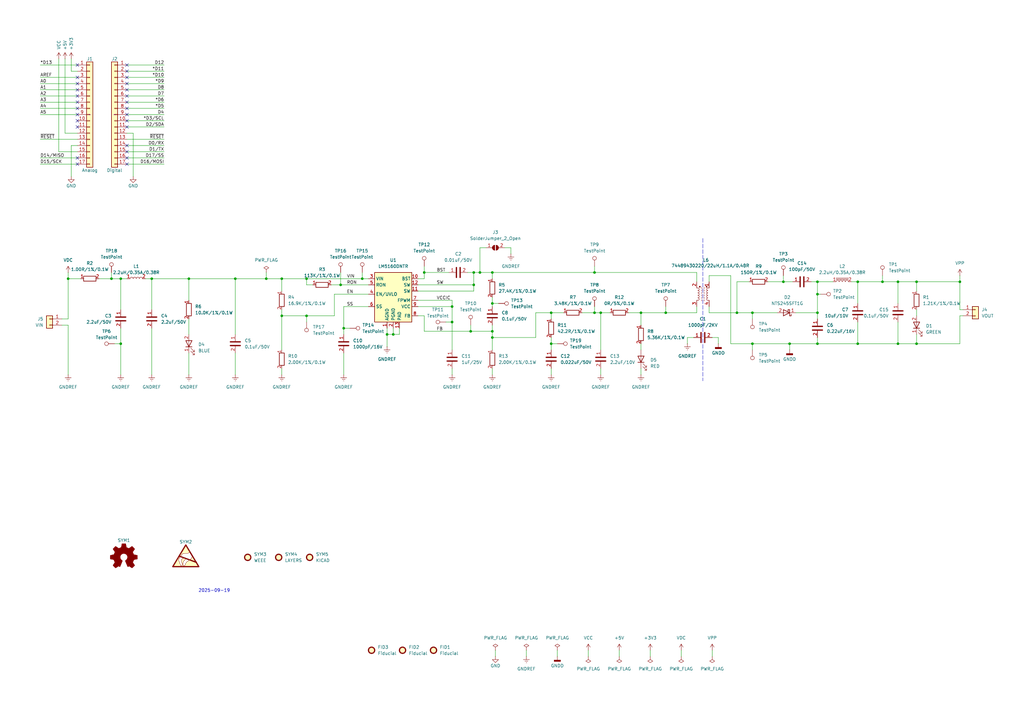
<source format=kicad_sch>
(kicad_sch (version 20250114) (generator "eeschema") (generator_version "9.0")
  (paper "A3")
  (title_block (title "LM5160") (date "2025-09-19") (rev "1") (company "astroelectronic@") (comment 1 "-") (comment 2 "-") (comment 3 "-") (comment 4 "AE01007160"))
  (lib_symbols
    (symbol "Connector:TestPoint" (pin_numbers (hide yes)) (pin_names (offset 0.762) (hide yes))
      (property "Reference" "TP" (at 0 6.858 0))
      (property "Value" "TestPoint" (at 0 5.08 0))
      (symbol "TestPoint_1_1"
        (pin passive line (at 0 0 90) (length 2.54) (name "1") (number "1"))
      )
    )
    (symbol "Connector_Generic:Conn_01x02" (pin_names (offset 1.016) (hide yes))
      (property "Reference" "J" (at 0 2.54 0))
      (property "Value" "Conn_01x02" (at 0 -5.08 0))
      (symbol "Conn_01x02_1_1"
        (pin passive line (at -5.08 0 0) (length 3.81) (name "Pin_1") (number "1"))
        (pin passive line (at -5.08 -2.54 0) (length 3.81) (name "Pin_2") (number "2"))
      )
    )
    (symbol "Graphic:Logo_Open_Hardware_Small" (in_bom no) (on_board no))
    (symbol "Graphic:SYM_ESD_Large" (in_bom no) (on_board no))
    (symbol "LED_1" (pin_names (offset 1.016) (hide yes))
      (property "Reference" "D" (at 0 2.54 0))
      (property "Value" "LED" (at 0 -2.54 0))
      (symbol "LED_1_1_1"
        (pin passive line (at -3.81 0 0) (length 2.54) (name "K") (number "1"))
        (pin passive line (at 3.81 0 180) (length 2.54) (name "A") (number "2"))
      )
    )
    (symbol "LED_2" (pin_names (offset 1.016) (hide yes))
      (property "Reference" "D" (at 0 2.54 0))
      (property "Value" "LED" (at 0 -2.54 0))
      (symbol "LED_2_1_1"
        (pin passive line (at -3.81 0 0) (length 2.54) (name "K") (number "1"))
        (pin passive line (at 3.81 0 180) (length 2.54) (name "A") (number "2"))
      )
    )
    (symbol "LM5160:+3.3V" (power) (pin_numbers (hide yes)) (pin_names (offset 0) (hide yes))
      (property "Value" "+3.3V" (at 0 3.556 0))
      (symbol "+3.3V_1_1"
        (pin power_in line (at 0 0 90) (length 0) (name "~") (number "1"))
      )
    )
    (symbol "LM5160:+5V" (power) (pin_numbers (hide yes)) (pin_names (offset 0) (hide yes))
      (property "Value" "+5V" (at 0 3.556 0))
      (symbol "+5V_1_1"
        (pin power_in line (at 0 0 90) (length 0) (name "~") (number "1"))
      )
    )
    (symbol "LM5160:C" (pin_names (offset 0.254) (hide yes))
      (property "Reference" "C" (at 0.635 2.54 0))
      (property "Value" "C" (at 0.635 -2.54 0))
      (symbol "C_1_1"
        (pin passive line (at 0 3.81 270) (length 2.794) (name "~") (number "1"))
        (pin passive line (at 0 -3.81 90) (length 2.794) (name "~") (number "2"))
      )
    )
    (symbol "LM5160:Conn_01x17" (pin_names (offset 1.016) (hide yes))
      (property "Reference" "J" (at 0 22.86 0))
      (property "Value" "Conn_01x17" (at 0 -22.86 0))
      (symbol "Conn_01x17_1_1"
        (pin passive line (at -5.08 20.32 0) (length 3.81) (name "Pin_1") (number "1"))
        (pin passive line (at -5.08 17.78 0) (length 3.81) (name "Pin_2") (number "2"))
        (pin passive line (at -5.08 15.24 0) (length 3.81) (name "Pin_3") (number "3"))
        (pin passive line (at -5.08 12.7 0) (length 3.81) (name "Pin_4") (number "4"))
        (pin passive line (at -5.08 10.16 0) (length 3.81) (name "Pin_5") (number "5"))
        (pin passive line (at -5.08 7.62 0) (length 3.81) (name "Pin_6") (number "6"))
        (pin passive line (at -5.08 5.08 0) (length 3.81) (name "Pin_7") (number "7"))
        (pin passive line (at -5.08 2.54 0) (length 3.81) (name "Pin_8") (number "8"))
        (pin passive line (at -5.08 0 0) (length 3.81) (name "Pin_9") (number "9"))
        (pin passive line (at -5.08 -2.54 0) (length 3.81) (name "Pin_10") (number "10"))
        (pin passive line (at -5.08 -5.08 0) (length 3.81) (name "Pin_11") (number "11"))
        (pin passive line (at -5.08 -7.62 0) (length 3.81) (name "Pin_12") (number "12"))
        (pin passive line (at -5.08 -10.16 0) (length 3.81) (name "Pin_13") (number "13"))
        (pin passive line (at -5.08 -12.7 0) (length 3.81) (name "Pin_14") (number "14"))
        (pin passive line (at -5.08 -15.24 0) (length 3.81) (name "Pin_15") (number "15"))
        (pin passive line (at -5.08 -17.78 0) (length 3.81) (name "Pin_16") (number "16"))
        (pin passive line (at -5.08 -20.32 0) (length 3.81) (name "Pin_17") (number "17"))
      )
    )
    (symbol "LM5160:D_Schottky" (pin_names (offset 1.016) (hide yes))
      (property "Reference" "D" (at 0 2.54 0))
      (property "Value" "D_Schottky" (at 0 -2.54 0))
      (symbol "D_Schottky_1_1"
        (pin passive line (at -3.81 0 0) (length 2.54) (name "K") (number "1"))
        (pin passive line (at 3.81 0 180) (length 2.54) (name "A") (number "2"))
      )
    )
    (symbol "LM5160:GND" (power) (pin_numbers (hide yes)) (pin_names (offset 0) (hide yes))
      (property "Value" "GND" (at 0 -3.81 0))
      (symbol "GND_1_1"
        (pin power_in line (at 0 0 270) (length 0) (name "~") (number "1"))
      )
    )
    (symbol "LM5160:GNDD" (power) (pin_numbers (hide yes)) (pin_names (offset 0) (hide yes))
      (property "Value" "GNDD" (at 0 -3.175 0))
      (symbol "GNDD_1_1"
        (pin power_in line (at 0 0 270) (length 0) (name "~") (number "1"))
      )
    )
    (symbol "LM5160:L" (pin_names (offset 1.016) (hide yes))
      (property "Reference" "L" (at -1.27 0 90))
      (property "Value" "L" (at 1.905 0 90))
      (symbol "L_1_1"
        (pin passive line (at 0 3.81 270) (length 1.27) (name "1") (number "1"))
        (pin passive line (at 0 -3.81 90) (length 1.27) (name "2") (number "2"))
      )
    )
    (symbol "LM5160:LED" (pin_numbers (hide yes)) (pin_names (offset 1.016) (hide yes))
      (property "Reference" "D" (at 0 2.54 0))
      (property "Value" "LED" (at 0 -2.54 0))
      (symbol "LED_1_1"
        (pin passive line (at -3.81 0 0) (length 2.54) (name "K") (number "1"))
        (pin passive line (at 3.81 0 180) (length 2.54) (name "A") (number "2"))
      )
    )
    (symbol "LM5160:LM5160DNTR"
      (property "Reference" "U" (at -7.62 11.43 0))
      (property "Value" "LM5160DNTR" (at 7.62 11.43 0))
      (symbol "LM5160DNTR_1_1"
        (pin power_in line (at -10.16 7.62 0) (length 2.54) (name "VIN") (number "3"))
        (pin input line (at -10.16 5.08 0) (length 2.54) (name "RON") (number "5"))
        (pin input line (at -10.16 1.27 0) (length 2.54) (name "EN/UVLO") (number "4"))
        (pin passive line (at -10.16 -3.81 0) (length 2.54) (name "SS") (number "6"))
        (pin power_in line (at -2.54 -12.7 90) (length 2.54) (name "AGND") (number "1"))
        (pin power_in line (at 0 -12.7 90) (length 2.54) (name "PGND") (number "2"))
        (pin power_in line (at 2.54 -12.7 90) (length 2.54) (name "PAD") (number "13"))
        (pin passive line (at 10.16 7.62 180) (length 2.54) (name "BST") (number "10"))
        (pin power_out line (at 10.16 5.08 180) (length 2.54) (name "SW") (number "12"))
        (pin power_out line (at 10.16 2.54 180) (length 2.54) (name "SW") (number "11"))
        (pin input line (at 10.16 -1.27 180) (length 2.54) (name "FPWM") (number "7"))
        (pin power_out line (at 10.16 -3.81 180) (length 2.54) (name "VCC") (number "9"))
        (pin input line (at 10.16 -7.62 180) (length 2.54) (name "FB") (number "8"))
      )
    )
    (symbol "LM5160:L_Ferrite_Coupled_1423" (pin_names (offset 0.254) (hide yes))
      (property "Reference" "L" (at 0 4.445 0))
      (property "Value" "L_Ferrite_Coupled_1423" (at 0 -4.445 0))
      (symbol "L_Ferrite_Coupled_1423_1_1"
        (pin passive line (at -5.08 2.54 0) (length 2.54) (name "1") (number "1"))
        (pin passive line (at -5.08 -2.54 0) (length 2.54) (name "2") (number "2"))
        (pin passive line (at 5.08 2.54 180) (length 2.54) (name "4") (number "4"))
        (pin passive line (at 5.08 -2.54 180) (length 2.54) (name "3") (number "3"))
      )
    )
    (symbol "LM5160:L_Iron" (pin_names (offset 1.016) (hide yes))
      (property "Reference" "L" (at -1.27 0 90))
      (property "Value" "L_Iron" (at 2.794 0 90))
      (symbol "L_Iron_1_1"
        (pin passive line (at 0 3.81 270) (length 1.27) (name "1") (number "1"))
        (pin passive line (at 0 -3.81 90) (length 1.27) (name "2") (number "2"))
      )
    )
    (symbol "LM5160:R" (pin_names (offset 0) (hide yes))
      (property "Reference" "R" (at 2.032 0 90))
      (property "Value" "R" (at 0 0 90))
      (symbol "R_1_1"
        (pin passive line (at 0 3.81 270) (length 1.27) (name "~") (number "1"))
        (pin passive line (at 0 -3.81 90) (length 1.27) (name "~") (number "2"))
      )
    )
    (symbol "LM5160:SolderJumper_2_Open" (pin_names (offset 0) (hide yes)) (in_bom no)
      (property "Reference" "JP" (at 0 2.032 0))
      (property "Value" "SolderJumper_2_Open" (at 0 -2.54 0))
      (symbol "SolderJumper_2_Open_1_1"
        (pin passive line (at -3.81 0 0) (length 2.54) (name "A") (number "1"))
        (pin passive line (at 3.81 0 180) (length 2.54) (name "B") (number "2"))
      )
    )
    (symbol "LM5160:VCC" (power) (pin_numbers (hide yes)) (pin_names (offset 0) (hide yes))
      (property "Value" "VCC" (at 0 3.556 0))
      (symbol "VCC_1_1"
        (pin power_in line (at 0 0 90) (length 0) (name "~") (number "1"))
      )
    )
    (symbol "Mechanical:Fiducial" (in_bom no)
      (property "Reference" "FID" (at 0 5.08 0))
      (property "Value" "Fiducial" (at 0 3.175 0))
    )
    (symbol "power:GNDREF" (power) (pin_numbers (hide yes)) (pin_names (offset 0) (hide yes))
      (property "Value" "GNDREF" (at 0 -3.81 0))
      (symbol "GNDREF_1_1"
        (pin power_in line (at 0 0 270) (length 0) (name "~") (number "1"))
      )
    )
    (symbol "power:PWR_FLAG" (power) (pin_numbers (hide yes)) (pin_names (offset 0) (hide yes))
      (property "Value" "PWR_FLAG" (at 0 3.81 0))
      (symbol "PWR_FLAG_0_0"
        (pin power_out line (at 0 0 90) (length 0) (name "~") (number "1"))
      )
    )
    (symbol "power:VDC" (power) (pin_numbers (hide yes)) (pin_names (offset 0) (hide yes))
      (property "Value" "VDC" (at 0 3.556 0))
      (symbol "VDC_1_1"
        (pin power_in line (at 0 0 90) (length 0) (name "~") (number "1"))
      )
    )
    (symbol "power:VPP" (power) (pin_numbers (hide yes)) (pin_names (offset 0) (hide yes))
      (property "Value" "VPP" (at 0 3.556 0))
      (symbol "VPP_1_1"
        (pin power_in line (at 0 0 90) (length 0) (name "~") (number "1"))
      )
    )
  )
  (text "${ISSUE_DATE}" (at 87.884 242.316 0) (effects (font (size 1.27 1.27))))
  (junction (at 351.79 140.97))
  (junction (at 62.23 114.3))
  (junction (at 194.31 111.76))
  (junction (at 185.42 125.73))
  (junction (at 148.59 114.3))
  (junction (at 273.05 128.27))
  (junction (at 201.93 111.76))
  (junction (at 125.73 114.3))
  (junction (at 77.47 114.3))
  (junction (at 201.93 135.89))
  (junction (at 158.75 137.16))
  (junction (at 262.89 128.27))
  (junction (at 321.31 115.57))
  (junction (at 193.04 135.89))
  (junction (at 173.99 111.76))
  (junction (at 302.26 128.27))
  (junction (at 323.85 140.97))
  (junction (at 194.31 116.84))
  (junction (at 49.53 114.3))
  (junction (at 139.7 116.84))
  (junction (at 335.28 120.65))
  (junction (at 226.06 140.97))
  (junction (at 125.73 129.54))
  (junction (at 246.38 128.27))
  (junction (at 185.42 132.08))
  (junction (at 308.61 128.27))
  (junction (at 375.92 140.97))
  (junction (at 201.93 124.46))
  (junction (at 49.53 140.97))
  (junction (at 115.57 114.3))
  (junction (at 243.84 128.27))
  (junction (at 335.28 128.27))
  (junction (at 96.52 114.3))
  (junction (at 27.94 114.3))
  (junction (at 115.57 129.54))
  (junction (at 226.06 128.27))
  (junction (at 140.97 134.62))
  (junction (at 45.72 114.3))
  (junction (at 393.7 115.57))
  (junction (at 201.93 138.43))
  (junction (at 335.28 115.57))
  (junction (at 243.84 111.76))
  (junction (at 368.3 140.97))
  (junction (at 109.22 114.3))
  (junction (at 308.61 140.97))
  (junction (at 161.29 137.16))
  (junction (at 335.28 140.97))
  (junction (at 368.3 115.57))
  (junction (at 361.95 115.57))
  (junction (at 196.85 111.76))
  (junction (at 351.79 115.57))
  (junction (at 375.92 115.57))
  (no_connect (at 52.07 29.21))
  (no_connect (at 52.07 64.77))
  (no_connect (at 31.75 39.37))
  (no_connect (at 52.07 62.23))
  (no_connect (at 52.07 34.29))
  (no_connect (at 52.07 31.75))
  (no_connect (at 31.75 44.45))
  (no_connect (at 31.75 64.77))
  (no_connect (at 31.75 49.53))
  (no_connect (at 31.75 31.75))
  (no_connect (at 31.75 52.07))
  (no_connect (at 52.07 44.45))
  (no_connect (at 52.07 46.99))
  (no_connect (at 52.07 52.07))
  (no_connect (at 31.75 34.29))
  (no_connect (at 52.07 41.91))
  (no_connect (at 52.07 59.69))
  (no_connect (at 52.07 67.31))
  (no_connect (at 52.07 39.37))
  (no_connect (at 52.07 49.53))
  (no_connect (at 31.75 46.99))
  (no_connect (at 31.75 26.67))
  (no_connect (at 31.75 36.83))
  (no_connect (at 52.07 36.83))
  (no_connect (at 31.75 41.91))
  (no_connect (at 31.75 67.31))
  (no_connect (at 52.07 26.67))
  (wire (pts (xy 52.07 59.69) (xy 67.31 59.69)))
  (wire (pts (xy 185.42 132.08) (xy 185.42 125.73)))
  (wire (pts (xy 115.57 151.13) (xy 115.57 153.67)))
  (wire (pts (xy 292.1 138.43) (xy 294.64 138.43)))
  (wire (pts (xy 335.28 115.57) (xy 335.28 120.65)))
  (wire (pts (xy 207.01 101.6) (xy 209.55 101.6)))
  (wire (pts (xy 115.57 129.54) (xy 125.73 129.54)))
  (wire (pts (xy 368.3 124.46) (xy 368.3 115.57)))
  (wire (pts (xy 31.75 29.21) (xy 29.21 29.21)))
  (wire (pts (xy 193.04 135.89) (xy 201.93 135.89)))
  (wire (pts (xy 228.6 266.7) (xy 228.6 269.24)))
  (wire (pts (xy 194.31 116.84) (xy 194.31 111.76)))
  (wire (pts (xy 140.97 125.73) (xy 140.97 134.62)))
  (wire (pts (xy 226.06 138.43) (xy 226.06 140.97)))
  (wire (pts (xy 173.99 111.76) (xy 184.15 111.76)))
  (wire (pts (xy 196.85 111.76) (xy 201.93 111.76)))
  (wire (pts (xy 45.72 114.3) (xy 49.53 114.3)))
  (wire (pts (xy 49.53 134.62) (xy 49.53 140.97)))
  (wire (pts (xy 246.38 151.13) (xy 246.38 153.67)))
  (wire (pts (xy 185.42 151.13) (xy 185.42 153.67)))
  (wire (pts (xy 201.93 138.43) (xy 201.93 143.51)))
  (wire (pts (xy 201.93 114.3) (xy 201.93 111.76)))
  (wire (pts (xy 323.85 140.97) (xy 335.28 140.97)))
  (wire (pts (xy 96.52 137.16) (xy 96.52 114.3)))
  (wire (pts (xy 201.93 138.43) (xy 219.71 138.43)))
  (wire (pts (xy 26.67 24.13) (xy 26.67 54.61)))
  (wire (pts (xy 31.75 54.61) (xy 26.67 54.61)))
  (wire (pts (xy 49.53 127) (xy 49.53 114.3)))
  (wire (pts (xy 158.75 134.62) (xy 158.75 137.16)))
  (wire (pts (xy 273.05 128.27) (xy 262.89 128.27)))
  (wire (pts (xy 281.94 138.43) (xy 281.94 140.97)))
  (wire (pts (xy 27.94 114.3) (xy 33.02 114.3)))
  (wire (pts (xy 219.71 128.27) (xy 226.06 128.27)))
  (wire (pts (xy 201.93 151.13) (xy 201.93 153.67)))
  (wire (pts (xy 171.45 116.84) (xy 194.31 116.84)))
  (wire (pts (xy 96.52 114.3) (xy 109.22 114.3)))
  (wire (pts (xy 285.75 125.73) (xy 285.75 128.27)))
  (wire (pts (xy 299.72 113.03) (xy 299.72 140.97)))
  (wire (pts (xy 27.94 114.3) (xy 27.94 130.81)))
  (wire (pts (xy 193.04 133.35) (xy 193.04 135.89)))
  (wire (pts (xy 351.79 115.57) (xy 361.95 115.57)))
  (wire (pts (xy 226.06 140.97) (xy 226.06 143.51)))
  (wire (pts (xy 335.28 120.65) (xy 336.55 120.65)))
  (wire (pts (xy 52.07 31.75) (xy 67.31 31.75)))
  (wire (pts (xy 171.45 125.73) (xy 185.42 125.73)))
  (wire (pts (xy 302.26 115.57) (xy 307.34 115.57)))
  (wire (pts (xy 161.29 137.16) (xy 161.29 134.62)))
  (wire (pts (xy 375.92 115.57) (xy 375.92 119.38)))
  (wire (pts (xy 292.1 266.7) (xy 292.1 269.24)))
  (wire (pts (xy 171.45 114.3) (xy 173.99 114.3)))
  (wire (pts (xy 173.99 135.89) (xy 173.99 129.54)))
  (wire (pts (xy 209.55 101.6) (xy 209.55 104.14)))
  (wire (pts (xy 335.28 140.97) (xy 351.79 140.97)))
  (wire (pts (xy 125.73 129.54) (xy 137.16 129.54)))
  (wire (pts (xy 52.07 64.77) (xy 67.31 64.77)))
  (wire (pts (xy 361.95 115.57) (xy 368.3 115.57)))
  (wire (pts (xy 201.93 124.46) (xy 201.93 125.73)))
  (wire (pts (xy 16.51 39.37) (xy 31.75 39.37)))
  (wire (pts (xy 140.97 125.73) (xy 151.13 125.73)))
  (wire (pts (xy 52.07 36.83) (xy 67.31 36.83)))
  (wire (pts (xy 262.89 128.27) (xy 262.89 133.35)))
  (wire (pts (xy 335.28 128.27) (xy 335.28 130.81)))
  (wire (pts (xy 125.73 114.3) (xy 125.73 116.84)))
  (wire (pts (xy 393.7 115.57) (xy 375.92 115.57)))
  (wire (pts (xy 109.22 114.3) (xy 115.57 114.3)))
  (wire (pts (xy 52.07 39.37) (xy 67.31 39.37)))
  (wire (pts (xy 254 266.7) (xy 254 269.24)))
  (wire (pts (xy 243.84 128.27) (xy 246.38 128.27)))
  (wire (pts (xy 173.99 135.89) (xy 193.04 135.89)))
  (wire (pts (xy 49.53 140.97) (xy 49.53 153.67)))
  (wire (pts (xy 368.3 140.97) (xy 375.92 140.97)))
  (wire (pts (xy 201.93 111.76) (xy 243.84 111.76)))
  (wire (pts (xy 294.64 138.43) (xy 294.64 140.97)))
  (wire (pts (xy 148.59 111.76) (xy 148.59 114.3)))
  (wire (pts (xy 226.06 140.97) (xy 228.6 140.97)))
  (wire (pts (xy 52.07 52.07) (xy 67.31 52.07)))
  (wire (pts (xy 137.16 120.65) (xy 151.13 120.65)))
  (wire (pts (xy 194.31 111.76) (xy 196.85 111.76)))
  (wire (pts (xy 226.06 128.27) (xy 231.14 128.27)))
  (wire (pts (xy 238.76 128.27) (xy 243.84 128.27)))
  (wire (pts (xy 201.93 135.89) (xy 201.93 138.43)))
  (wire (pts (xy 290.83 125.73) (xy 290.83 128.27)))
  (wire (pts (xy 77.47 130.81) (xy 77.47 137.16)))
  (wire (pts (xy 199.39 101.6) (xy 196.85 101.6)))
  (wire (pts (xy 139.7 111.76) (xy 139.7 116.84)))
  (wire (pts (xy 185.42 125.73) (xy 185.42 123.19)))
  (wire (pts (xy 27.94 133.35) (xy 27.94 153.67)))
  (wire (pts (xy 361.95 113.03) (xy 361.95 115.57)))
  (wire (pts (xy 16.51 31.75) (xy 31.75 31.75)))
  (wire (pts (xy 246.38 143.51) (xy 246.38 128.27)))
  (wire (pts (xy 257.81 128.27) (xy 262.89 128.27)))
  (wire (pts (xy 266.7 266.7) (xy 266.7 269.24)))
  (wire (pts (xy 219.71 138.43) (xy 219.71 128.27)))
  (wire (pts (xy 27.94 111.76) (xy 27.94 114.3)))
  (wire (pts (xy 161.29 137.16) (xy 163.83 137.16)))
  (wire (pts (xy 96.52 144.78) (xy 96.52 153.67)))
  (wire (pts (xy 52.07 44.45) (xy 67.31 44.45)))
  (wire (pts (xy 246.38 128.27) (xy 250.19 128.27)))
  (wire (pts (xy 46.99 140.97) (xy 49.53 140.97)))
  (wire (pts (xy 29.21 24.13) (xy 29.21 29.21)))
  (wire (pts (xy 52.07 54.61) (xy 54.61 54.61)))
  (wire (pts (xy 185.42 123.19) (xy 171.45 123.19)))
  (wire (pts (xy 335.28 120.65) (xy 335.28 128.27)))
  (wire (pts (xy 52.07 26.67) (xy 67.31 26.67)))
  (wire (pts (xy 25.4 133.35) (xy 27.94 133.35)))
  (wire (pts (xy 24.13 24.13) (xy 24.13 62.23)))
  (wire (pts (xy 31.75 62.23) (xy 24.13 62.23)))
  (wire (pts (xy 302.26 128.27) (xy 302.26 115.57)))
  (wire (pts (xy 290.83 113.03) (xy 290.83 115.57)))
  (wire (pts (xy 115.57 129.54) (xy 115.57 143.51)))
  (wire (pts (xy 25.4 130.81) (xy 27.94 130.81)))
  (wire (pts (xy 16.51 57.15) (xy 31.75 57.15)))
  (wire (pts (xy 137.16 129.54) (xy 137.16 120.65)))
  (wire (pts (xy 284.48 138.43) (xy 281.94 138.43)))
  (wire (pts (xy 349.25 115.57) (xy 351.79 115.57)))
  (wire (pts (xy 52.07 41.91) (xy 67.31 41.91)))
  (wire (pts (xy 185.42 143.51) (xy 185.42 132.08)))
  (polyline (pts (xy 288.29 97.79) (xy 288.29 156.21)) (stroke (width 0) (type dash)))
  (wire (pts (xy 52.07 46.99) (xy 67.31 46.99)))
  (wire (pts (xy 335.28 140.97) (xy 335.28 138.43)))
  (wire (pts (xy 323.85 140.97) (xy 323.85 143.51)))
  (wire (pts (xy 16.51 34.29) (xy 31.75 34.29)))
  (wire (pts (xy 201.93 133.35) (xy 201.93 135.89)))
  (wire (pts (xy 351.79 132.08) (xy 351.79 140.97)))
  (wire (pts (xy 299.72 140.97) (xy 308.61 140.97)))
  (wire (pts (xy 62.23 114.3) (xy 77.47 114.3)))
  (wire (pts (xy 201.93 121.92) (xy 201.93 124.46)))
  (wire (pts (xy 285.75 115.57) (xy 285.75 111.76)))
  (wire (pts (xy 215.9 266.7) (xy 215.9 269.24)))
  (wire (pts (xy 77.47 114.3) (xy 96.52 114.3)))
  (wire (pts (xy 203.2 266.7) (xy 203.2 269.24)))
  (wire (pts (xy 201.93 124.46) (xy 204.47 124.46)))
  (wire (pts (xy 243.84 109.22) (xy 243.84 111.76)))
  (wire (pts (xy 62.23 134.62) (xy 62.23 153.67)))
  (wire (pts (xy 335.28 115.57) (xy 341.63 115.57)))
  (wire (pts (xy 173.99 129.54) (xy 171.45 129.54)))
  (wire (pts (xy 321.31 115.57) (xy 325.12 115.57)))
  (wire (pts (xy 351.79 124.46) (xy 351.79 115.57)))
  (wire (pts (xy 368.3 132.08) (xy 368.3 140.97)))
  (wire (pts (xy 302.26 128.27) (xy 308.61 128.27)))
  (wire (pts (xy 393.7 140.97) (xy 375.92 140.97)))
  (wire (pts (xy 182.88 132.08) (xy 185.42 132.08)))
  (wire (pts (xy 16.51 64.77) (xy 31.75 64.77)))
  (wire (pts (xy 16.51 26.67) (xy 31.75 26.67)))
  (wire (pts (xy 16.51 44.45) (xy 31.75 44.45)))
  (wire (pts (xy 52.07 49.53) (xy 67.31 49.53)))
  (wire (pts (xy 326.39 128.27) (xy 335.28 128.27)))
  (wire (pts (xy 285.75 128.27) (xy 273.05 128.27)))
  (wire (pts (xy 40.64 114.3) (xy 45.72 114.3)))
  (wire (pts (xy 16.51 36.83) (xy 31.75 36.83)))
  (wire (pts (xy 375.92 115.57) (xy 368.3 115.57)))
  (wire (pts (xy 393.7 129.54) (xy 393.7 140.97)))
  (wire (pts (xy 16.51 46.99) (xy 31.75 46.99)))
  (wire (pts (xy 394.97 129.54) (xy 393.7 129.54)))
  (wire (pts (xy 135.89 116.84) (xy 139.7 116.84)))
  (wire (pts (xy 143.51 134.62) (xy 140.97 134.62)))
  (wire (pts (xy 115.57 114.3) (xy 125.73 114.3)))
  (wire (pts (xy 308.61 128.27) (xy 318.77 128.27)))
  (wire (pts (xy 308.61 128.27) (xy 308.61 130.81)))
  (wire (pts (xy 173.99 109.22) (xy 173.99 111.76)))
  (wire (pts (xy 290.83 128.27) (xy 302.26 128.27)))
  (wire (pts (xy 321.31 113.03) (xy 321.31 115.57)))
  (wire (pts (xy 308.61 140.97) (xy 323.85 140.97)))
  (wire (pts (xy 241.3 266.7) (xy 241.3 269.24)))
  (wire (pts (xy 163.83 137.16) (xy 163.83 134.62)))
  (wire (pts (xy 125.73 116.84) (xy 128.27 116.84)))
  (wire (pts (xy 273.05 125.73) (xy 273.05 128.27)))
  (wire (pts (xy 393.7 113.03) (xy 393.7 115.57)))
  (wire (pts (xy 158.75 137.16) (xy 161.29 137.16)))
  (wire (pts (xy 351.79 140.97) (xy 368.3 140.97)))
  (wire (pts (xy 52.07 34.29) (xy 67.31 34.29)))
  (wire (pts (xy 151.13 114.3) (xy 148.59 114.3)))
  (wire (pts (xy 52.07 67.31) (xy 67.31 67.31)))
  (wire (pts (xy 52.07 57.15) (xy 67.31 57.15)))
  (wire (pts (xy 279.4 266.7) (xy 279.4 269.24)))
  (wire (pts (xy 140.97 134.62) (xy 140.97 137.16)))
  (wire (pts (xy 54.61 54.61) (xy 54.61 72.39)))
  (wire (pts (xy 125.73 129.54) (xy 125.73 132.08)))
  (wire (pts (xy 243.84 125.73) (xy 243.84 128.27)))
  (wire (pts (xy 16.51 67.31) (xy 31.75 67.31)))
  (wire (pts (xy 196.85 101.6) (xy 196.85 111.76)))
  (wire (pts (xy 140.97 144.78) (xy 140.97 153.67)))
  (wire (pts (xy 109.22 111.76) (xy 109.22 114.3)))
  (wire (pts (xy 115.57 127) (xy 115.57 129.54)))
  (wire (pts (xy 52.07 62.23) (xy 67.31 62.23)))
  (wire (pts (xy 332.74 115.57) (xy 335.28 115.57)))
  (wire (pts (xy 262.89 140.97) (xy 262.89 143.51)))
  (wire (pts (xy 77.47 123.19) (xy 77.47 114.3)))
  (wire (pts (xy 308.61 140.97) (xy 308.61 143.51)))
  (wire (pts (xy 45.72 111.76) (xy 45.72 114.3)))
  (wire (pts (xy 191.77 111.76) (xy 194.31 111.76)))
  (wire (pts (xy 393.7 127) (xy 393.7 115.57)))
  (wire (pts (xy 171.45 119.38) (xy 194.31 119.38)))
  (wire (pts (xy 262.89 151.13) (xy 262.89 153.67)))
  (wire (pts (xy 115.57 119.38) (xy 115.57 114.3)))
  (wire (pts (xy 59.69 114.3) (xy 62.23 114.3)))
  (wire (pts (xy 173.99 114.3) (xy 173.99 111.76)))
  (wire (pts (xy 314.96 115.57) (xy 321.31 115.57)))
  (wire (pts (xy 375.92 127) (xy 375.92 129.54)))
  (wire (pts (xy 226.06 151.13) (xy 226.06 153.67)))
  (wire (pts (xy 29.21 59.69) (xy 29.21 72.39)))
  (wire (pts (xy 31.75 59.69) (xy 29.21 59.69)))
  (wire (pts (xy 158.75 137.16) (xy 158.75 142.24)))
  (wire (pts (xy 290.83 113.03) (xy 299.72 113.03)))
  (wire (pts (xy 139.7 116.84) (xy 151.13 116.84)))
  (wire (pts (xy 394.97 127) (xy 393.7 127)))
  (wire (pts (xy 49.53 114.3) (xy 52.07 114.3)))
  (wire (pts (xy 243.84 111.76) (xy 285.75 111.76)))
  (wire (pts (xy 194.31 116.84) (xy 194.31 119.38)))
  (wire (pts (xy 16.51 41.91) (xy 31.75 41.91)))
  (wire (pts (xy 148.59 114.3) (xy 125.73 114.3)))
  (wire (pts (xy 77.47 144.78) (xy 77.47 153.67)))
  (wire (pts (xy 375.92 137.16) (xy 375.92 140.97)))
  (wire (pts (xy 52.07 29.21) (xy 67.31 29.21)))
  (wire (pts (xy 62.23 127) (xy 62.23 114.3)))
  (wire (pts (xy 226.06 130.81) (xy 226.06 128.27)))
  (label "D4" (at 67.31 46.99 180))
  (label "*D5" (at 67.31 44.45 180))
  (label "SW" (at 179.07 116.84 0))
  (label "A2" (at 16.51 39.37 0))
  (label "D7" (at 67.31 39.37 180))
  (label "D15{slash}SCK" (at 16.51 67.31 0))
  (label "SS" (at 142.24 125.73 0))
  (label "*D13" (at 16.51 26.67 0))
  (label "D16{slash}MOSI" (at 67.31 67.31 180))
  (label "D17{slash}SS" (at 67.31 64.77 180))
  (label "*D6" (at 67.31 41.91 180))
  (label "*D11" (at 67.31 29.21 180))
  (label "A1" (at 16.51 36.83 0))
  (label "D14{slash}MISO" (at 16.51 64.77 0))
  (label "RON" (at 142.24 116.84 0))
  (label "FB" (at 179.07 135.89 0))
  (label "A4" (at 16.51 44.45 0))
  (label "A5" (at 16.51 46.99 0))
  (label "VIN" (at 142.24 114.3 0))
  (label "VCCIC" (at 179.07 123.19 0))
  (label "A3" (at 16.51 41.91 0))
  (label "~{RESET}" (at 67.31 57.15 180))
  (label "A0" (at 16.51 34.29 0))
  (label "*D9" (at 67.31 34.29 180))
  (label "*D3{slash}SCL" (at 67.31 49.53 180))
  (label "D2{slash}SDA" (at 67.31 52.07 180))
  (label "D8" (at 67.31 36.83 180))
  (label "D1{slash}TX" (at 67.31 62.23 180))
  (label "D0{slash}RX" (at 67.31 59.69 180))
  (label "AREF" (at 16.51 31.75 0))
  (label "~{RESET}" (at 16.51 57.15 0))
  (label "*D10" (at 67.31 31.75 180))
  (label "EN" (at 142.24 120.65 0))
  (label "BST" (at 179.07 111.76 0))
  (label "D12" (at 67.31 26.67 180))
  (symbol (lib_id "LM5160:Conn_01x17") (at 36.83 46.99 0) (unit 1)
    (property "Reference" "J1" (at 36.83 24.13 0))
    (property "Value" "Analog" (at 36.83 69.85 0))
    (property "Footprint" "Connector_PinHeader_2.54mm:PinHeader_1x17_P2.54mm_Vertical" (effects (hide yes)))
    (property "Datasheet" "~" (at 36.83 46.99 0))
    (property "Description" "Generic connector, single row, 01x17, script generated (kicad-library-utils/schlib/autogen/connector/)" (effects (hide yes)))
  )
  (symbol (lib_id "LM5160:Conn_01x17") (at 46.99 46.99 0) (mirror y) (unit 1)
    (property "Reference" "J2" (at 46.99 24.13 0))
    (property "Value" "Digital" (at 46.99 69.85 0))
    (property "Footprint" "Connector_PinHeader_2.54mm:PinHeader_1x17_P2.54mm_Vertical" (effects (hide yes)))
    (property "Datasheet" "~" (at 46.99 46.99 0))
    (property "Description" "Generic connector, single row, 01x17, script generated (kicad-library-utils/schlib/autogen/connector/)" (effects (hide yes)))
  )
  (symbol (lib_id "power:PWR_FLAG") (at 279.4 269.24 180) (unit 1)
    (property "Reference" "#FLG01" (effects (hide yes)))
    (property "Value" "PWR_FLAG" (at 279.4 274.32 0))
    (property "Description" "Special symbol for telling ERC where power comes from" (effects (hide yes)))
  )
  (symbol (lib_id "LM5160:C") (at 62.23 130.81 0) (unit 1)
    (property "Reference" "C4" (at 66.04 129.5399 0) (effects (justify left)))
    (property "Value" "2.2uF/50V" (at 66.04 132.0799 0) (effects (justify left)))
    (property "Footprint" "Capacitor_SMD:C_1206_3216Metric" (effects (hide yes)))
    (property "Description" "Unpolarized capacitor" (effects (hide yes)))
  )
  (symbol (lib_id "LM5160:R") (at 201.93 118.11 0) (unit 1)
    (property "Reference" "R5" (at 204.47 116.8399 0) (effects (justify left)))
    (property "Value" "27.4K/1%/0.1W" (at 204.47 119.3799 0) (effects (justify left)))
    (property "Footprint" "Resistor_SMD:R_0603_1608Metric" (effects (hide yes)))
    (property "Description" "Resistor" (effects (hide yes)))
  )
  (symbol (lib_id "power:PWR_FLAG") (at 215.9 266.7 0) (unit 1)
    (property "Reference" "#FLG02" (effects (hide yes)))
    (property "Value" "PWR_FLAG" (at 215.9 261.62 0))
    (property "Description" "Special symbol for telling ERC where power comes from" (effects (hide yes)))
  )
  (symbol (lib_id "power:PWR_FLAG") (at 254 269.24 180) (unit 1)
    (property "Reference" "#FLG06" (effects (hide yes)))
    (property "Value" "PWR_FLAG" (at 254 274.32 0))
    (property "Description" "Special symbol for telling ERC where power comes from" (effects (hide yes)))
  )
  (symbol (lib_id "Connector:TestPoint") (at 336.55 120.65 270) (unit 1) (in_bom no)
    (property "Reference" "TP2" (at 341.63 119.3799 90) (effects (justify left)))
    (property "Value" "TestPoint" (at 341.63 121.9199 90) (effects (justify left)))
    (property "Footprint" "TestPoint:TestPoint_Pad_D1.0mm" (effects (hide yes)))
    (property "Description" "test point" (effects (hide yes)))
  )
  (symbol (lib_id "LM5160:R") (at 234.95 128.27 90) (unit 1)
    (property "Reference" "R7" (at 234.95 121.92 90))
    (property "Value" "3.48K/1%/0.1W" (at 234.95 124.46 90))
    (property "Footprint" "Resistor_SMD:R_0603_1608Metric" (effects (hide yes)))
    (property "Description" "Resistor" (effects (hide yes)))
  )
  (symbol (lib_id "power:PWR_FLAG") (at 203.2 266.7 0) (unit 1)
    (property "Reference" "#FLG03" (effects (hide yes)))
    (property "Value" "PWR_FLAG" (at 203.2 261.62 0))
    (property "Description" "Special symbol for telling ERC where power comes from" (effects (hide yes)))
  )
  (symbol (lib_id "LM5160:R") (at 311.15 115.57 90) (unit 1)
    (property "Reference" "R9" (at 311.15 109.22 90))
    (property "Value" "150R/1%/0.1W" (at 311.15 111.76 90))
    (property "Footprint" "Resistor_SMD:R_0603_1608Metric" (effects (hide yes)))
    (property "Description" "Resistor" (effects (hide yes)))
  )
  (symbol (lib_id "LM5160:C") (at 185.42 147.32 0) (unit 1)
    (property "Reference" "C11" (at 189.23 146.0499 0) (effects (justify left)))
    (property "Value" "1uF/25V" (at 189.23 148.5899 0) (effects (justify left)))
    (property "Footprint" "Capacitor_SMD:C_0603_1608Metric" (effects (hide yes)))
    (property "Description" "Unpolarized capacitor" (effects (hide yes)))
  )
  (symbol (lib_id "LM5160:R") (at 77.47 127 0) (unit 1)
    (property "Reference" "R6" (at 80.01 125.7299 0) (effects (justify left)))
    (property "Value" "10.0K/1%/0.1W" (at 80.01 128.2699 0) (effects (justify left)))
    (property "Footprint" "Resistor_SMD:R_0603_1608Metric" (effects (hide yes)))
    (property "Description" "Resistor" (effects (hide yes)))
  )
  (symbol (lib_id "power:PWR_FLAG") (at 109.22 111.76 0) (unit 1)
    (property "Reference" "#FLG09" (effects (hide yes)))
    (property "Value" "PWR_FLAG" (at 109.22 106.68 0))
    (property "Description" "Special symbol for telling ERC where power comes from" (effects (hide yes)))
  )
  (symbol (lib_id "power:GNDREF") (at 209.55 104.14 0) (unit 1)
    (property "Reference" "#PWR032" (effects (hide yes)))
    (property "Value" "GNDREF" (at 209.55 109.22 0))
    (property "Description" "Power symbol creates a global label with name \"GNDREF\" , reference supply ground" (effects (hide yes)))
  )
  (symbol (lib_id "LM5160:C") (at 201.93 129.54 0) (mirror y) (unit 1)
    (property "Reference" "C8" (at 205.74 128.2699 0) (effects (justify right)))
    (property "Value" "0.1uF/50V" (at 205.74 130.8099 0) (effects (justify right)))
    (property "Footprint" "Capacitor_SMD:C_0603_1608Metric" (effects (hide yes)))
    (property "Description" "Unpolarized capacitor" (effects (hide yes)))
  )
  (symbol (lib_id "power:GNDREF") (at 185.42 153.67 0) (unit 1)
    (property "Reference" "#PWR013" (effects (hide yes)))
    (property "Value" "GNDREF" (at 185.42 158.75 0))
    (property "Description" "Power symbol creates a global label with name \"GNDREF\" , reference supply ground" (effects (hide yes)))
  )
  (symbol (lib_id "Connector:TestPoint") (at 46.99 140.97 90) (unit 1) (in_bom no)
    (property "Reference" "TP6" (at 43.688 135.89 90))
    (property "Value" "TestPoint" (at 43.688 138.43 90))
    (property "Footprint" "TestPoint:TestPoint_Pad_D1.0mm" (effects (hide yes)))
    (property "Description" "test point" (effects (hide yes)))
  )
  (symbol (lib_id "Connector:TestPoint") (at 361.95 113.03 0) (unit 1) (in_bom no)
    (property "Reference" "TP1" (at 364.49 108.4579 0) (effects (justify left)))
    (property "Value" "TestPoint" (at 364.49 110.9979 0) (effects (justify left)))
    (property "Footprint" "TestPoint:TestPoint_Pad_D1.0mm" (effects (hide yes)))
    (property "Description" "test point" (effects (hide yes)))
  )
  (symbol (lib_id "LM5160:C") (at 368.3 128.27 0) (mirror y) (unit 1)
    (property "Reference" "C15" (at 364.49 126.9999 0) (effects (justify left)))
    (property "Value" "0.1uF/50V" (at 364.49 129.5399 0) (effects (justify left)))
    (property "Footprint" "Capacitor_SMD:C_0603_1608Metric" (effects (hide yes)))
    (property "Description" "Unpolarized capacitor" (effects (hide yes)))
  )
  (symbol (lib_id "LM5160:R") (at 132.08 116.84 90) (unit 1)
    (property "Reference" "R3" (at 132.08 110.49 90))
    (property "Value" "113K/1%/0.1W" (at 132.08 113.03 90))
    (property "Footprint" "Resistor_SMD:R_0603_1608Metric" (effects (hide yes)))
    (property "Description" "Resistor" (effects (hide yes)))
  )
  (symbol (lib_id "power:PWR_FLAG") (at 228.6 266.7 0) (unit 1)
    (property "Reference" "#FLG04" (effects (hide yes)))
    (property "Value" "PWR_FLAG" (at 228.6 261.62 0))
    (property "Description" "Special symbol for telling ERC where power comes from" (effects (hide yes)))
  )
  (symbol (lib_id "power:PWR_FLAG") (at 266.7 269.24 180) (unit 1)
    (property "Reference" "#FLG07" (effects (hide yes)))
    (property "Value" "PWR_FLAG" (at 266.7 274.32 0))
    (property "Description" "Special symbol for telling ERC where power comes from" (effects (hide yes)))
  )
  (symbol (lib_id "power:GNDREF") (at 281.94 140.97 0) (unit 1)
    (property "Reference" "#PWR018" (effects (hide yes)))
    (property "Value" "GNDREF" (at 281.94 146.05 0))
    (property "Description" "Power symbol creates a global label with name \"GNDREF\" , reference supply ground" (effects (hide yes)))
  )
  (symbol (lib_id "Connector_Generic:Conn_01x02") (at 20.32 130.81 0) (mirror y) (unit 1)
    (property "Reference" "J5" (at 17.78 130.8099 0) (effects (justify left)))
    (property "Value" "VIN" (at 17.78 133.3499 0) (effects (justify left)))
    (property "Footprint" "Connector_PinHeader_2.54mm:PinHeader_1x02_P2.54mm_Vertical" (effects (hide yes)))
    (property "Description" "Generic connector, single row, 01x02, script generated (kicad-library-utils/schlib/autogen/connector/)" (effects (hide yes)))
  )
  (symbol (lib_name "LED_1") (lib_id "LM5160:LED_1") (at 375.92 133.35 90) (unit 1)
    (property "Reference" "D1" (at 379.73 133.6674 90) (effects (justify right)))
    (property "Value" "GREEN" (at 379.73 136.2074 90) (effects (justify right)))
    (property "Footprint" "LED_SMD:LED_0603_1608Metric" (effects (hide yes)))
    (property "Description" "Light emitting diode" (effects (hide yes)))
    (property "Sim.Pins" "1=K 2=A" (effects (hide yes)))
  )
  (symbol (lib_id "LM5160:L") (at 55.88 114.3 90) (unit 1)
    (property "Reference" "L1" (at 55.88 109.22 90))
    (property "Value" "2.2uH/0.35A/0.38R" (at 55.88 111.76 90))
    (property "Footprint" "Inductor_SMD:L_0603_1608Metric" (effects (hide yes)))
    (property "Description" "Inductor" (effects (hide yes)))
  )
  (symbol (lib_id "LM5160:C") (at 335.28 134.62 0) (unit 1)
    (property "Reference" "C6" (at 339.09 133.3499 0) (effects (justify left)))
    (property "Value" "0.22uF/16V" (at 339.09 135.8899 0) (effects (justify left)))
    (property "Footprint" "Capacitor_SMD:C_0603_1608Metric" (effects (hide yes)))
    (property "Description" "Unpolarized capacitor" (effects (hide yes)))
  )
  (symbol (lib_id "Graphic:Logo_Open_Hardware_Small") (at 50.8 228.6 0) (unit 1) (exclude_from_sim yes) (in_bom no)
    (property "Reference" "SYM1" (at 50.8 221.615 0))
    (property "Value" "Logo_Open_Hardware_Small" (effects (hide yes)))
    (property "Footprint" "Symbol:OSHW-Symbol_6.7x6mm_SilkScreen" (effects (hide yes)))
    (property "Description" "Open Hardware logo, small" (effects (hide yes)))
  )
  (symbol (lib_id "Connector_Generic:Conn_01x02") (at 400.05 127 0) (unit 1)
    (property "Reference" "J4" (at 402.59 126.9999 0) (effects (justify left)))
    (property "Value" "VOUT" (at 402.59 129.5399 0) (effects (justify left)))
    (property "Footprint" "Connector_PinHeader_2.54mm:PinHeader_1x02_P2.54mm_Vertical" (effects (hide yes)))
    (property "Description" "Generic connector, single row, 01x02, script generated (kicad-library-utils/schlib/autogen/connector/)" (effects (hide yes)))
  )
  (symbol (lib_id "Connector:TestPoint") (at 228.6 140.97 270) (unit 1) (in_bom no)
    (property "Reference" "TP19" (at 233.68 139.6999 90) (effects (justify left)))
    (property "Value" "TestPoint" (at 233.68 142.2399 90) (effects (justify left)))
    (property "Footprint" "TestPoint:TestPoint_Pad_D1.0mm" (effects (hide yes)))
    (property "Description" "test point" (effects (hide yes)))
  )
  (symbol (lib_id "LM5160:C") (at 49.53 130.81 0) (mirror y) (unit 1)
    (property "Reference" "C3" (at 45.72 129.5399 0) (effects (justify left)))
    (property "Value" "2.2uF/50V" (at 45.72 132.0799 0) (effects (justify left)))
    (property "Footprint" "Capacitor_SMD:C_1206_3216Metric" (effects (hide yes)))
    (property "Description" "Unpolarized capacitor" (effects (hide yes)))
  )
  (symbol (lib_id "Mechanical:Fiducial") (at 152.4 266.7 0) (unit 1) (in_bom no)
    (property "Reference" "FID3" (at 154.94 265.4299 0) (effects (justify left)))
    (property "Value" "Fiducial" (at 154.94 267.9699 0) (effects (justify left)))
    (property "Footprint" "Fiducial:Fiducial_0.75mm_Mask2.25mm" (effects (hide yes)))
    (property "Description" "Fiducial Marker" (effects (hide yes)))
  )
  (symbol (lib_id "Connector:TestPoint") (at 45.72 111.76 0) (unit 1) (in_bom no)
    (property "Reference" "TP18" (at 45.72 102.87 0))
    (property "Value" "TestPoint" (at 45.72 105.41 0))
    (property "Footprint" "TestPoint:TestPoint_Pad_D1.0mm" (effects (hide yes)))
    (property "Description" "test point" (effects (hide yes)))
  )
  (symbol (lib_id "power:GNDREF") (at 49.53 153.67 0) (unit 1)
    (property "Reference" "#PWR05" (effects (hide yes)))
    (property "Value" "GNDREF" (at 49.53 158.75 0))
    (property "Description" "Power symbol creates a global label with name \"GNDREF\" , reference supply ground" (effects (hide yes)))
  )
  (symbol (lib_id "LM5160:C") (at 288.29 138.43 90) (unit 1)
    (property "Reference" "C1" (at 288.29 130.81 90))
    (property "Value" "1000pF/2KV" (at 288.29 133.35 90))
    (property "Footprint" "Capacitor_SMD:C_1206_3216Metric" (effects (hide yes)))
    (property "Description" "Unpolarized capacitor" (effects (hide yes)))
  )
  (symbol (lib_id "Connector:TestPoint") (at 321.31 113.03 0) (unit 1) (in_bom no)
    (property "Reference" "TP3" (at 321.31 104.14 0))
    (property "Value" "TestPoint" (at 321.31 106.68 0))
    (property "Footprint" "TestPoint:TestPoint_Pad_D1.0mm" (effects (hide yes)))
    (property "Description" "test point" (effects (hide yes)))
  )
  (symbol (lib_id "power:GNDREF") (at 115.57 153.67 0) (unit 1)
    (property "Reference" "#PWR010" (effects (hide yes)))
    (property "Value" "GNDREF" (at 115.57 158.75 0))
    (property "Description" "Power symbol creates a global label with name \"GNDREF\" , reference supply ground" (effects (hide yes)))
  )
  (symbol (lib_id "LM5160:C") (at 226.06 147.32 0) (unit 1)
    (property "Reference" "C12" (at 229.87 146.0499 0) (effects (justify left)))
    (property "Value" "0.022uF/50V" (at 229.87 148.5899 0) (effects (justify left)))
    (property "Footprint" "Capacitor_SMD:C_0603_1608Metric" (effects (hide yes)))
    (property "Description" "Unpolarized capacitor" (effects (hide yes)))
  )
  (symbol (lib_id "LM5160:+5V") (at 26.67 24.13 0) (unit 1)
    (property "Reference" "#PWR02" (effects (hide yes)))
    (property "Value" "+5V" (at 26.67 20.574 90) (effects (justify left)))
    (property "Description" "Power symbol creates a global label with name \"+5V\"" (effects (hide yes)))
  )
  (symbol (lib_id "LM5160:GNDD") (at 323.85 143.51 0) (unit 1)
    (property "Reference" "#PWR021" (effects (hide yes)))
    (property "Value" "GNDD" (at 323.85 147.32 0))
    (property "Description" "Power symbol creates a global label with name \"GNDD\" , digital ground" (effects (hide yes)))
  )
  (symbol (lib_id "power:GNDREF") (at 215.9 269.24 0) (unit 1)
    (property "Reference" "#PWR027" (effects (hide yes)))
    (property "Value" "GNDREF" (at 215.9 274.32 0))
    (property "Description" "Power symbol creates a global label with name \"GNDREF\" , reference supply ground" (effects (hide yes)))
  )
  (symbol (lib_id "LM5160:+3.3V") (at 29.21 24.13 0) (unit 1)
    (property "Reference" "#PWR03" (effects (hide yes)))
    (property "Value" "+3V3" (at 29.21 20.574 90) (effects (justify left)))
    (property "Description" "Power symbol creates a global label with name \"+3.3V\"" (effects (hide yes)))
  )
  (symbol (lib_id "Connector:TestPoint") (at 193.04 133.35 0) (unit 1) (in_bom no)
    (property "Reference" "TP10" (at 193.04 124.46 0))
    (property "Value" "TestPoint" (at 193.04 127 0))
    (property "Footprint" "TestPoint:TestPoint_Pad_D1.0mm" (effects (hide yes)))
    (property "Description" "test point" (effects (hide yes)))
  )
  (symbol (lib_id "LM5160:GNDD") (at 228.6 269.24 0) (unit 1)
    (property "Reference" "#PWR031" (effects (hide yes)))
    (property "Value" "GNDD" (at 228.6 273.05 0))
    (property "Description" "Power symbol creates a global label with name \"GNDD\" , digital ground" (effects (hide yes)))
  )
  (symbol (lib_id "power:VPP") (at 393.7 113.03 0) (unit 1)
    (property "Reference" "#PWR030" (effects (hide yes)))
    (property "Value" "VPP" (at 393.7 107.95 0))
    (property "Description" "Power symbol creates a global label with name \"VPP\"" (effects (hide yes)))
  )
  (symbol (lib_id "LM5160:R") (at 201.93 147.32 0) (unit 1)
    (property "Reference" "R13" (at 204.47 146.0499 0) (effects (justify left)))
    (property "Value" "2.00K/1%/0.1W" (at 204.47 148.5899 0) (effects (justify left)))
    (property "Footprint" "Resistor_SMD:R_0603_1608Metric" (effects (hide yes)))
    (property "Description" "Resistor" (effects (hide yes)))
  )
  (symbol (lib_id "LM5160:C") (at 328.93 115.57 90) (unit 1)
    (property "Reference" "C14" (at 328.93 107.95 90))
    (property "Value" "100pF/50V" (at 328.93 110.49 90))
    (property "Footprint" "Capacitor_SMD:C_0603_1608Metric" (effects (hide yes)))
    (property "Description" "Unpolarized capacitor" (effects (hide yes)))
  )
  (symbol (lib_id "Connector:TestPoint") (at 139.7 111.76 0) (unit 1) (in_bom no)
    (property "Reference" "TP16" (at 139.7 102.87 0))
    (property "Value" "TestPoint" (at 139.7 105.41 0))
    (property "Footprint" "TestPoint:TestPoint_Pad_D1.0mm" (effects (hide yes)))
    (property "Description" "test point" (effects (hide yes)))
  )
  (symbol (lib_id "Mechanical:Fiducial") (at 101.6 228.6 0) (unit 1) (in_bom no)
    (property "Reference" "SYM3" (at 104.14 227.3299 0) (effects (justify left)))
    (property "Value" "WEEE" (at 104.14 229.8699 0) (effects (justify left)))
    (property "Footprint" "Symbol:WEEE-Logo_4.2x6mm_SilkScreen" (effects (hide yes)))
    (property "Description" "Fiducial Marker" (effects (hide yes)))
  )
  (symbol (lib_id "LM5160:C") (at 96.52 140.97 0) (unit 1)
    (property "Reference" "C5" (at 100.33 139.6999 0) (effects (justify left)))
    (property "Value" "0.1uF/50V" (at 100.33 142.2399 0) (effects (justify left)))
    (property "Footprint" "Capacitor_SMD:C_0603_1608Metric" (effects (hide yes)))
    (property "Description" "Unpolarized capacitor" (effects (hide yes)))
  )
  (symbol (lib_id "LM5160:L_Iron") (at 345.44 115.57 90) (unit 1)
    (property "Reference" "L2" (at 345.44 109.22 90))
    (property "Value" "2.2uH/0.35A/0.38R" (at 345.44 111.76 90))
    (property "Footprint" "Inductor_SMD:L_0603_1608Metric" (effects (hide yes)))
    (property "Description" "Inductor with iron core" (effects (hide yes)))
  )
  (symbol (lib_id "power:GNDREF") (at 201.93 153.67 0) (unit 1)
    (property "Reference" "#PWR014" (effects (hide yes)))
    (property "Value" "GNDREF" (at 201.93 158.75 0))
    (property "Description" "Power symbol creates a global label with name \"GNDREF\" , reference supply ground" (effects (hide yes)))
  )
  (symbol (lib_id "LM5160:VCC") (at 24.13 24.13 0) (unit 1)
    (property "Reference" "#PWR01" (effects (hide yes)))
    (property "Value" "VCC" (at 24.13 20.32 90) (effects (justify left)))
    (property "Description" "Power symbol creates a global label with name \"VCC\"" (effects (hide yes)))
  )
  (symbol (lib_id "Connector:TestPoint") (at 143.51 134.62 270) (unit 1) (in_bom no)
    (property "Reference" "TP14" (at 148.59 133.3499 90) (effects (justify left)))
    (property "Value" "TestPoint" (at 148.59 135.8899 90) (effects (justify left)))
    (property "Footprint" "TestPoint:TestPoint_Pad_D1.0mm" (effects (hide yes)))
    (property "Description" "test point" (effects (hide yes)))
  )
  (symbol (lib_id "Connector:TestPoint") (at 173.99 109.22 0) (unit 1) (in_bom no)
    (property "Reference" "TP12" (at 173.99 100.33 0))
    (property "Value" "TestPoint" (at 173.99 102.87 0))
    (property "Footprint" "TestPoint:TestPoint_Pad_D1.0mm" (effects (hide yes)))
    (property "Description" "test point" (effects (hide yes)))
  )
  (symbol (lib_id "power:GNDREF") (at 62.23 153.67 0) (unit 1)
    (property "Reference" "#PWR06" (effects (hide yes)))
    (property "Value" "GNDREF" (at 62.23 158.75 0))
    (property "Description" "Power symbol creates a global label with name \"GNDREF\" , reference supply ground" (effects (hide yes)))
  )
  (symbol (lib_id "Mechanical:Fiducial") (at 165.1 266.7 0) (unit 1) (in_bom no)
    (property "Reference" "FID2" (at 167.64 265.4299 0) (effects (justify left)))
    (property "Value" "Fiducial" (at 167.64 267.9699 0) (effects (justify left)))
    (property "Footprint" "Fiducial:Fiducial_0.75mm_Mask2.25mm" (effects (hide yes)))
    (property "Description" "Fiducial Marker" (effects (hide yes)))
  )
  (symbol (lib_id "Connector:TestPoint") (at 308.61 143.51 180) (unit 1) (in_bom no)
    (property "Reference" "TP5" (at 311.15 145.5419 0) (effects (justify right)))
    (property "Value" "TestPoint" (at 311.15 148.0819 0) (effects (justify right)))
    (property "Footprint" "TestPoint:TestPoint_Pad_D1.0mm" (effects (hide yes)))
    (property "Description" "test point" (effects (hide yes)))
  )
  (symbol (lib_id "Connector:TestPoint") (at 125.73 132.08 180) (unit 1) (in_bom no)
    (property "Reference" "TP17" (at 128.27 134.1119 0) (effects (justify right)))
    (property "Value" "TestPoint" (at 128.27 136.6519 0) (effects (justify right)))
    (property "Footprint" "TestPoint:TestPoint_Pad_D1.0mm" (effects (hide yes)))
    (property "Description" "test point" (effects (hide yes)))
  )
  (symbol (lib_id "LM5160:C") (at 246.38 147.32 0) (unit 1)
    (property "Reference" "C13" (at 250.19 146.0499 0) (effects (justify left)))
    (property "Value" "2.2uF/10V" (at 250.19 148.5899 0) (effects (justify left)))
    (property "Footprint" "Capacitor_SMD:C_0603_1608Metric" (effects (hide yes)))
    (property "Description" "Unpolarized capacitor" (effects (hide yes)))
  )
  (symbol (lib_id "LM5160:R") (at 226.06 134.62 0) (unit 1)
    (property "Reference" "R11" (at 228.6 133.3499 0) (effects (justify left)))
    (property "Value" "42.2R/1%/0.1W" (at 228.6 135.8899 0) (effects (justify left)))
    (property "Footprint" "Resistor_SMD:R_0603_1608Metric" (effects (hide yes)))
    (property "Description" "Resistor" (effects (hide yes)))
  )
  (symbol (lib_id "LM5160:VCC") (at 241.3 266.7 0) (unit 1)
    (property "Reference" "#PWR022" (effects (hide yes)))
    (property "Value" "VCC" (at 241.3 261.62 0))
    (property "Description" "Power symbol creates a global label with name \"VCC\"" (effects (hide yes)))
  )
  (symbol (lib_id "LM5160:L_Ferrite_Coupled_1423") (at 288.29 120.65 270) (unit 1)
    (property "Reference" "L6" (at 288.29 106.68 90) (effects (justify left)))
    (property "Value" "74489430220/22uH/1.1A/0.48R" (at 275.336 108.966 90) (effects (justify left)))
    (property "Description" "Coupled inductor with ferrite core" (effects (hide yes)))
  )
  (symbol (lib_id "LM5160:R") (at 115.57 147.32 0) (unit 1)
    (property "Reference" "R10" (at 118.11 146.0499 0) (effects (justify left)))
    (property "Value" "2.00K/1%/0.1W" (at 118.11 148.5899 0) (effects (justify left)))
    (property "Footprint" "Resistor_SMD:R_0603_1608Metric" (effects (hide yes)))
    (property "Description" "Resistor" (effects (hide yes)))
  )
  (symbol (lib_id "power:GNDREF") (at 27.94 153.67 0) (unit 1)
    (property "Reference" "#PWR016" (effects (hide yes)))
    (property "Value" "GNDREF" (at 27.94 158.75 0))
    (property "Description" "Power symbol creates a global label with name \"GNDREF\" , reference supply ground" (effects (hide yes)))
  )
  (symbol (lib_id "power:PWR_FLAG") (at 241.3 269.24 180) (unit 1)
    (property "Reference" "#FLG05" (effects (hide yes)))
    (property "Value" "PWR_FLAG" (at 241.3 274.32 0))
    (property "Description" "Special symbol for telling ERC where power comes from" (effects (hide yes)))
  )
  (symbol (lib_id "LM5160:D_Schottky") (at 322.58 128.27 180) (unit 1)
    (property "Reference" "D2" (at 322.8975 121.92 0))
    (property "Value" "NTS245SFT1G" (at 322.8975 124.46 0))
    (property "Footprint" "Diode_SMD:D_SOD-123F" (effects (hide yes)))
    (property "Description" "Schottky diode" (effects (hide yes)))
  )
  (symbol (lib_id "Connector:TestPoint") (at 148.59 111.76 0) (unit 1) (in_bom no)
    (property "Reference" "TP15" (at 148.59 102.87 0))
    (property "Value" "TestPoint" (at 148.59 105.41 0))
    (property "Footprint" "TestPoint:TestPoint_Pad_D1.0mm" (effects (hide yes)))
    (property "Description" "test point" (effects (hide yes)))
  )
  (symbol (lib_id "power:GNDREF") (at 77.47 153.67 0) (unit 1)
    (property "Reference" "#PWR08" (effects (hide yes)))
    (property "Value" "GNDREF" (at 77.47 158.75 0))
    (property "Description" "Power symbol creates a global label with name \"GNDREF\" , reference supply ground" (effects (hide yes)))
  )
  (symbol (lib_id "LM5160:GND") (at 54.61 72.39 0) (unit 1)
    (property "Reference" "#PWR07" (effects (hide yes)))
    (property "Value" "GND" (at 54.61 76.2 0))
    (property "Description" "Power symbol creates a global label with name \"GND\" , ground" (effects (hide yes)))
  )
  (symbol (lib_id "LM5160:C") (at 351.79 128.27 0) (mirror y) (unit 1)
    (property "Reference" "C7" (at 347.98 126.9999 0) (effects (justify left)))
    (property "Value" "10uF/10V" (at 347.98 129.5399 0) (effects (justify left)))
    (property "Footprint" "Capacitor_SMD:C_0805_2012Metric" (effects (hide yes)))
    (property "Description" "Unpolarized capacitor" (effects (hide yes)))
  )
  (symbol (lib_id "LM5160:+3.3V") (at 266.7 266.7 0) (unit 1)
    (property "Reference" "#PWR024" (effects (hide yes)))
    (property "Value" "+3V3" (at 266.7 261.62 0))
    (property "Description" "Power symbol creates a global label with name \"+3.3V\"" (effects (hide yes)))
  )
  (symbol (lib_id "power:VPP") (at 292.1 266.7 0) (unit 1)
    (property "Reference" "#PWR029" (effects (hide yes)))
    (property "Value" "VPP" (at 292.1 261.62 0))
    (property "Description" "Power symbol creates a global label with name \"VPP\"" (effects (hide yes)))
  )
  (symbol (lib_id "Connector:TestPoint") (at 308.61 130.81 180) (unit 1) (in_bom no)
    (property "Reference" "TP4" (at 311.15 132.8419 0) (effects (justify right)))
    (property "Value" "TestPoint" (at 311.15 135.3819 0) (effects (justify right)))
    (property "Footprint" "TestPoint:TestPoint_Pad_D1.0mm" (effects (hide yes)))
    (property "Description" "test point" (effects (hide yes)))
  )
  (symbol (lib_id "LM5160:R") (at 262.89 137.16 0) (unit 1)
    (property "Reference" "R8" (at 265.43 135.8899 0) (effects (justify left)))
    (property "Value" "5.36K/1%/0.1W" (at 265.43 138.4299 0) (effects (justify left)))
    (property "Footprint" "Resistor_SMD:R_0603_1608Metric" (effects (hide yes)))
    (property "Description" "Resistor" (effects (hide yes)))
  )
  (symbol (lib_id "LM5160:C") (at 140.97 140.97 0) (unit 1)
    (property "Reference" "C10" (at 144.78 139.6999 0) (effects (justify left)))
    (property "Value" "1000pF/16V" (at 144.78 142.2399 0) (effects (justify left)))
    (property "Footprint" "Capacitor_SMD:C_0603_1608Metric" (effects (hide yes)))
    (property "Description" "Unpolarized capacitor" (effects (hide yes)))
  )
  (symbol (lib_id "power:GNDREF") (at 96.52 153.67 0) (unit 1)
    (property "Reference" "#PWR09" (effects (hide yes)))
    (property "Value" "GNDREF" (at 96.52 158.75 0))
    (property "Description" "Power symbol creates a global label with name \"GNDREF\" , reference supply ground" (effects (hide yes)))
  )
  (symbol (lib_id "LM5160:LED") (at 262.89 147.32 90) (unit 1)
    (property "Reference" "D5" (at 266.7 147.6374 90) (effects (justify right)))
    (property "Value" "RED" (at 266.7 150.1774 90) (effects (justify right)))
    (property "Footprint" "LED_SMD:LED_0603_1608Metric" (effects (hide yes)))
    (property "Description" "Light emitting diode" (effects (hide yes)))
    (property "Sim.Pins" "1=K 2=A" (effects (hide yes)))
  )
  (symbol (lib_id "power:GNDREF") (at 246.38 153.67 0) (unit 1)
    (property "Reference" "#PWR017" (effects (hide yes)))
    (property "Value" "GNDREF" (at 246.38 158.75 0))
    (property "Description" "Power symbol creates a global label with name \"GNDREF\" , reference supply ground" (effects (hide yes)))
  )
  (symbol (lib_id "LM5160:R") (at 375.92 123.19 0) (unit 1)
    (property "Reference" "R1" (at 378.46 121.9199 0) (effects (justify left)))
    (property "Value" "1.21K/1%/0.1W" (at 378.46 124.4599 0) (effects (justify left)))
    (property "Footprint" "Resistor_SMD:R_0603_1608Metric" (effects (hide yes)))
    (property "Description" "Resistor" (effects (hide yes)))
  )
  (symbol (lib_id "power:VDC") (at 27.94 111.76 0) (unit 1)
    (property "Reference" "#PWR025" (effects (hide yes)))
    (property "Value" "VDC" (at 27.94 106.68 0))
    (property "Description" "Power symbol creates a global label with name \"VDC\"" (effects (hide yes)))
  )
  (symbol (lib_id "power:GNDREF") (at 158.75 142.24 0) (unit 1)
    (property "Reference" "#PWR012" (effects (hide yes)))
    (property "Value" "GNDREF" (at 158.75 147.32 0))
    (property "Description" "Power symbol creates a global label with name \"GNDREF\" , reference supply ground" (effects (hide yes)))
  )
  (symbol (lib_id "LM5160:LM5160DNTR") (at 161.29 121.92 0) (unit 1)
    (property "Reference" "U1" (at 161.29 106.68 0))
    (property "Value" "LM5160DNTR" (at 161.29 109.22 0))
    (property "Footprint" "Package_SON:WSON-12-1EP_4x4mm_P0.5mm_EP2.6x3mm_ThermalVias" (effects (hide yes)))
    (property "Datasheet" "http://www.ti.com/lit/ds/symlink/lm5160.pdf" (effects (hide yes)))
    (property "Description" "Wide Input 65-V, 2-A Synchronous Buck / Fly-Buck™ DC/DC Converter" (effects (hide yes)))
  )
  (symbol (lib_name "LED_2") (lib_id "LM5160:LED_2") (at 77.47 140.97 90) (unit 1)
    (property "Reference" "D4" (at 81.28 141.2874 90) (effects (justify right)))
    (property "Value" "BLUE" (at 81.28 143.8274 90) (effects (justify right)))
    (property "Footprint" "LED_SMD:LED_0603_1608Metric" (effects (hide yes)))
    (property "Description" "Light emitting diode" (effects (hide yes)))
    (property "Sim.Pins" "1=K 2=A" (effects (hide yes)))
  )
  (symbol (lib_id "LM5160:R") (at 115.57 123.19 0) (mirror y) (unit 1)
    (property "Reference" "R4" (at 118.11 121.9199 0) (effects (justify right)))
    (property "Value" "16.9K/1%/0.1W" (at 118.11 124.4599 0) (effects (justify right)))
    (property "Footprint" "Resistor_SMD:R_0603_1608Metric" (effects (hide yes)))
    (property "Description" "Resistor" (effects (hide yes)))
  )
  (symbol (lib_id "Connector:TestPoint") (at 243.84 125.73 0) (unit 1) (in_bom no)
    (property "Reference" "TP8" (at 243.84 116.84 0))
    (property "Value" "TestPoint" (at 243.84 119.38 0))
    (property "Footprint" "TestPoint:TestPoint_Pad_D1.0mm" (effects (hide yes)))
    (property "Description" "test point" (effects (hide yes)))
  )
  (symbol (lib_id "Mechanical:Fiducial") (at 114.3 228.6 0) (unit 1) (in_bom no)
    (property "Reference" "SYM4" (at 116.84 227.3299 0) (effects (justify left)))
    (property "Value" "LAYERS" (at 116.84 229.8699 0) (effects (justify left)))
    (property "Footprint" "Symbol:LayerMarker_4_6.35x2.54mm_TextH1mm_P1.27mm_BottomMirrored" (effects (hide yes)))
    (property "Description" "Fiducial Marker" (effects (hide yes)))
  )
  (symbol (lib_id "LM5160:R") (at 254 128.27 90) (unit 1)
    (property "Reference" "R12" (at 254 121.92 90))
    (property "Value" "0R/5%/0.1W" (at 254 124.46 90))
    (property "Footprint" "Resistor_SMD:R_0603_1608Metric" (effects (hide yes)))
    (property "Description" "Resistor" (effects (hide yes)))
  )
  (symbol (lib_id "power:VDC") (at 279.4 266.7 0) (unit 1)
    (property "Reference" "#PWR028" (effects (hide yes)))
    (property "Value" "VDC" (at 279.4 261.62 0))
    (property "Description" "Power symbol creates a global label with name \"VDC\"" (effects (hide yes)))
  )
  (symbol (lib_id "Connector:TestPoint") (at 273.05 125.73 0) (unit 1) (in_bom no)
    (property "Reference" "TP7" (at 273.05 116.84 0))
    (property "Value" "TestPoint" (at 273.05 119.38 0))
    (property "Footprint" "TestPoint:TestPoint_Pad_D1.0mm" (effects (hide yes)))
    (property "Description" "test point" (effects (hide yes)))
  )
  (symbol (lib_id "Connector:TestPoint") (at 182.88 132.08 90) (unit 1) (in_bom no)
    (property "Reference" "TP11" (at 179.578 127 90))
    (property "Value" "TestPoint" (at 179.578 129.54 90))
    (property "Footprint" "TestPoint:TestPoint_Pad_D1.0mm" (effects (hide yes)))
    (property "Description" "test point" (effects (hide yes)))
  )
  (symbol (lib_id "LM5160:R") (at 36.83 114.3 90) (unit 1)
    (property "Reference" "R2" (at 36.83 107.95 90))
    (property "Value" "1.00R/1%/0.1W" (at 36.83 110.49 90))
    (property "Footprint" "Resistor_SMD:R_0603_1608Metric" (effects (hide yes)))
    (property "Description" "Resistor" (effects (hide yes)))
  )
  (symbol (lib_id "power:PWR_FLAG") (at 292.1 269.24 180) (unit 1)
    (property "Reference" "#FLG08" (effects (hide yes)))
    (property "Value" "PWR_FLAG" (at 292.1 274.32 0))
    (property "Description" "Special symbol for telling ERC where power comes from" (effects (hide yes)))
  )
  (symbol (lib_id "power:GNDREF") (at 140.97 153.67 0) (unit 1)
    (property "Reference" "#PWR011" (effects (hide yes)))
    (property "Value" "GNDREF" (at 140.97 158.75 0))
    (property "Description" "Power symbol creates a global label with name \"GNDREF\" , reference supply ground" (effects (hide yes)))
  )
  (symbol (lib_id "Connector:TestPoint") (at 204.47 124.46 270) (unit 1) (in_bom no)
    (property "Reference" "TP13" (at 209.55 123.1899 90) (effects (justify left)))
    (property "Value" "TestPoint" (at 209.55 125.7299 90) (effects (justify left)))
    (property "Footprint" "TestPoint:TestPoint_Pad_D1.0mm" (effects (hide yes)))
    (property "Description" "test point" (effects (hide yes)))
  )
  (symbol (lib_id "LM5160:SolderJumper_2_Open") (at 203.2 101.6 0) (unit 1) (in_bom no)
    (property "Reference" "J3" (at 203.2 95.25 0))
    (property "Value" "SolderJumper_2_Open" (at 203.2 97.79 0))
    (property "Footprint" "Jumper:SolderJumper-2_P1.3mm_Open_Pad1.0x1.5mm" (effects (hide yes)))
    (property "Description" "Solder Jumper, 2-pole, open" (effects (hide yes)))
  )
  (symbol (lib_id "Graphic:SYM_ESD_Large") (at 76.2 227.33 0) (unit 1) (exclude_from_sim yes) (in_bom no)
    (property "Reference" "SYM2" (at 76.2 222.25 0))
    (property "Value" "SYM_ESD_Large" (effects (hide yes)))
    (property "Footprint" "Symbol:ESD-Logo_6.6x6mm_SilkScreen" (effects (hide yes)))
    (property "Description" "ESD warning/\"Do not touch\" symbol, large" (effects (hide yes)))
  )
  (symbol (lib_id "LM5160:GNDD") (at 294.64 140.97 0) (unit 1)
    (property "Reference" "#PWR020" (effects (hide yes)))
    (property "Value" "GNDD" (at 294.64 144.78 0))
    (property "Description" "Power symbol creates a global label with name \"GNDD\" , digital ground" (effects (hide yes)))
  )
  (symbol (lib_id "power:GNDREF") (at 226.06 153.67 0) (unit 1)
    (property "Reference" "#PWR015" (effects (hide yes)))
    (property "Value" "GNDREF" (at 226.06 158.75 0))
    (property "Description" "Power symbol creates a global label with name \"GNDREF\" , reference supply ground" (effects (hide yes)))
  )
  (symbol (lib_id "Mechanical:Fiducial") (at 177.8 266.7 0) (unit 1) (in_bom no)
    (property "Reference" "FID1" (at 180.34 265.4299 0) (effects (justify left)))
    (property "Value" "Fiducial" (at 180.34 267.9699 0) (effects (justify left)))
    (property "Footprint" "Fiducial:Fiducial_0.75mm_Mask2.25mm" (effects (hide yes)))
    (property "Description" "Fiducial Marker" (effects (hide yes)))
  )
  (symbol (lib_id "LM5160:GND") (at 29.21 72.39 0) (unit 1)
    (property "Reference" "#PWR04" (effects (hide yes)))
    (property "Value" "GND" (at 29.21 76.2 0))
    (property "Description" "Power symbol creates a global label with name \"GND\" , ground" (effects (hide yes)))
  )
  (symbol (lib_id "LM5160:GND") (at 203.2 269.24 0) (unit 1)
    (property "Reference" "#PWR026" (effects (hide yes)))
    (property "Value" "GND" (at 203.2 273.05 0))
    (property "Description" "Power symbol creates a global label with name \"GND\" , ground" (effects (hide yes)))
  )
  (symbol (lib_id "LM5160:+5V") (at 254 266.7 0) (unit 1)
    (property "Reference" "#PWR023" (effects (hide yes)))
    (property "Value" "+5V" (at 254 261.62 0))
    (property "Description" "Power symbol creates a global label with name \"+5V\"" (effects (hide yes)))
  )
  (symbol (lib_id "power:GNDREF") (at 262.89 153.67 0) (unit 1)
    (property "Reference" "#PWR019" (effects (hide yes)))
    (property "Value" "GNDREF" (at 262.89 158.75 0))
    (property "Description" "Power symbol creates a global label with name \"GNDREF\" , reference supply ground" (effects (hide yes)))
  )
  (symbol (lib_id "Connector:TestPoint") (at 243.84 109.22 0) (unit 1) (in_bom no)
    (property "Reference" "TP9" (at 243.84 100.33 0))
    (property "Value" "TestPoint" (at 243.84 102.87 0))
    (property "Footprint" "TestPoint:TestPoint_Pad_D1.0mm" (effects (hide yes)))
    (property "Description" "test point" (effects (hide yes)))
  )
  (symbol (lib_id "LM5160:C") (at 187.96 111.76 90) (unit 1)
    (property "Reference" "C2" (at 187.96 104.14 90))
    (property "Value" "0.01uF/50V" (at 187.96 106.68 90))
    (property "Footprint" "Capacitor_SMD:C_0603_1608Metric" (effects (hide yes)))
    (property "Description" "Unpolarized capacitor" (effects (hide yes)))
  )
  (symbol (lib_id "Mechanical:Fiducial") (at 127 228.6 0) (unit 1) (in_bom no)
    (property "Reference" "SYM5" (at 129.54 227.3299 0) (effects (justify left)))
    (property "Value" "KICAD" (at 129.54 229.8699 0) (effects (justify left)))
    (property "Footprint" "KiCad-Logo2_5mm_SilkScreen" (effects (hide yes)))
    (property "Description" "Fiducial Marker" (effects (hide yes)))
  )
)
</source>
